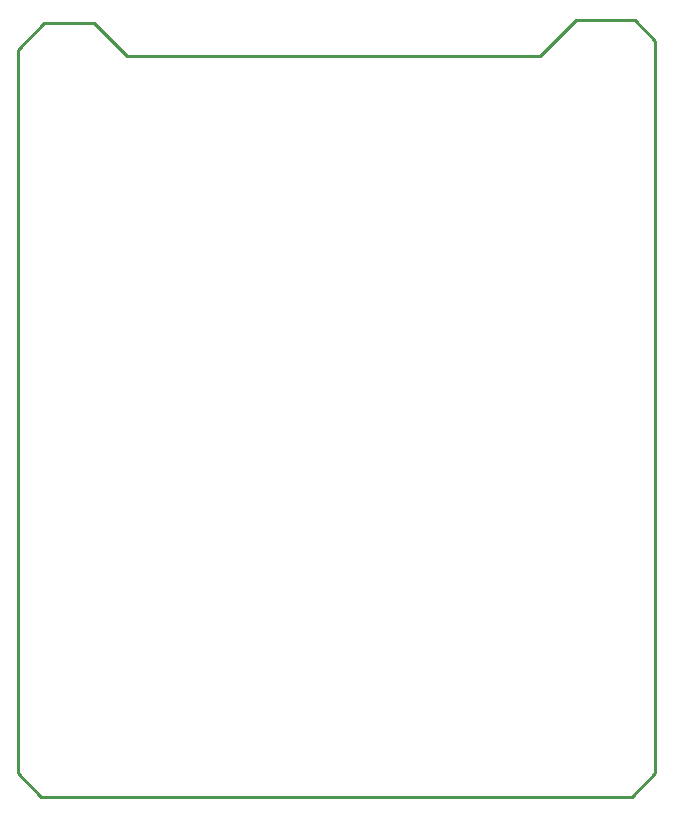
<source format=gbr>
G04*
G04 #@! TF.GenerationSoftware,Altium Limited,Altium Designer,24.2.2 (26)*
G04*
G04 Layer_Color=16711935*
%FSLAX43Y43*%
%MOMM*%
G71*
G04*
G04 #@! TF.SameCoordinates,78AD72C9-59E1-4A50-B3D3-B96FA2B5B495*
G04*
G04*
G04 #@! TF.FilePolarity,Positive*
G04*
G01*
G75*
%ADD13C,0.254*%
D13*
X27750Y-1000D02*
X51000D01*
X53000Y1000D01*
Y63000D01*
X51250Y64750D02*
X53000Y63000D01*
X46250Y64750D02*
X51250D01*
X43250Y61750D02*
X46250Y64750D01*
X8250Y61750D02*
X43250D01*
X5500Y64500D02*
X8250Y61750D01*
X5250Y64500D02*
X5500D01*
X1250D02*
X5250D01*
X-1000Y62250D02*
X1250Y64500D01*
X-1000Y1000D02*
Y62250D01*
Y1000D02*
X1000Y-1000D01*
X27750D01*
M02*

</source>
